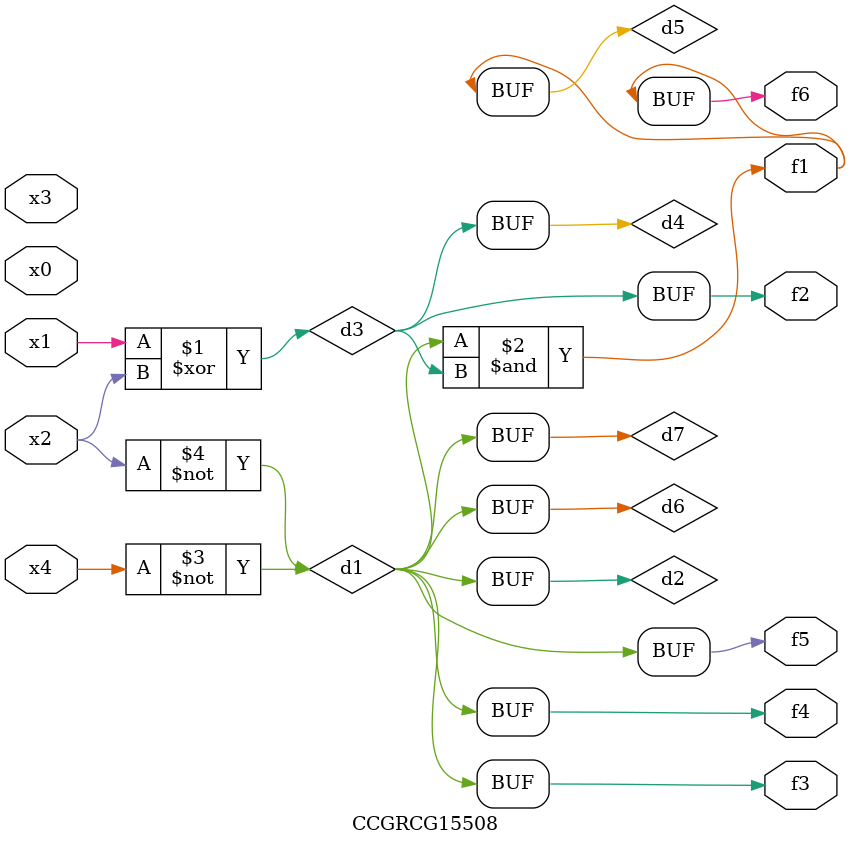
<source format=v>
module CCGRCG15508(
	input x0, x1, x2, x3, x4,
	output f1, f2, f3, f4, f5, f6
);

	wire d1, d2, d3, d4, d5, d6, d7;

	not (d1, x4);
	not (d2, x2);
	xor (d3, x1, x2);
	buf (d4, d3);
	and (d5, d1, d3);
	buf (d6, d1, d2);
	buf (d7, d2);
	assign f1 = d5;
	assign f2 = d4;
	assign f3 = d7;
	assign f4 = d7;
	assign f5 = d7;
	assign f6 = d5;
endmodule

</source>
